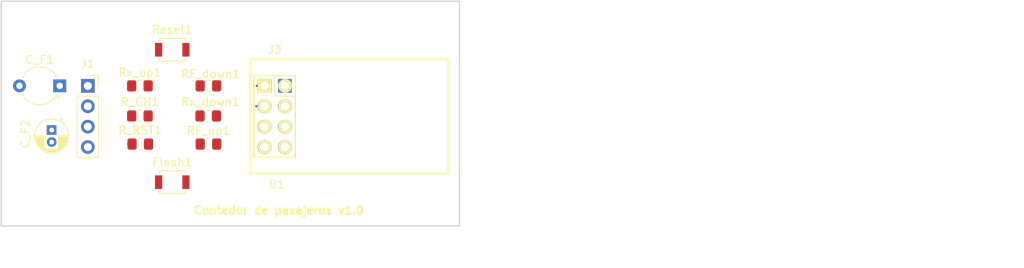
<source format=kicad_pcb>
(kicad_pcb (version 20171130) (host pcbnew "(5.0.0)")

  (general
    (thickness 1.6)
    (drawings 8)
    (tracks 4)
    (zones 0)
    (modules 17)
    (nets 17)
  )

  (page User 200 150.012)
  (title_block
    (title "Contador de pasajeros")
    (date 2018-10-19)
    (rev 1.0)
    (company GICSAFe)
    (comment 1 "Autor: Martin Menendez")
  )

  (layers
    (0 F.Cu power)
    (31 B.Cu power hide)
    (32 B.Adhes user)
    (33 F.Adhes user)
    (34 B.Paste user)
    (35 F.Paste user)
    (36 B.SilkS user)
    (37 F.SilkS user)
    (38 B.Mask user)
    (39 F.Mask user)
    (40 Dwgs.User user)
    (41 Cmts.User user)
    (42 Eco1.User user)
    (43 Eco2.User user)
    (44 Edge.Cuts user)
    (45 Margin user)
    (46 B.CrtYd user)
    (47 F.CrtYd user)
    (48 B.Fab user)
    (49 F.Fab user)
  )

  (setup
    (last_trace_width 0.5)
    (user_trace_width 0.3)
    (user_trace_width 0.5)
    (user_trace_width 0.8)
    (user_trace_width 1)
    (trace_clearance 0.5)
    (zone_clearance 0.508)
    (zone_45_only no)
    (trace_min 0.25)
    (segment_width 0.2)
    (edge_width 0.15)
    (via_size 1.2)
    (via_drill 0.6)
    (via_min_size 1)
    (via_min_drill 0.5)
    (user_via 1.4 0.7)
    (uvia_size 0.3)
    (uvia_drill 0.1)
    (uvias_allowed no)
    (uvia_min_size 0.2)
    (uvia_min_drill 0.1)
    (pcb_text_width 0.3)
    (pcb_text_size 1.5 1.5)
    (mod_edge_width 0.15)
    (mod_text_size 1 1)
    (mod_text_width 0.15)
    (pad_size 1.524 1.524)
    (pad_drill 0.762)
    (pad_to_mask_clearance 0.2)
    (aux_axis_origin 0 0)
    (visible_elements 7FFFFFFF)
    (pcbplotparams
      (layerselection 0x010fc_ffffffff)
      (usegerberextensions false)
      (usegerberattributes false)
      (usegerberadvancedattributes false)
      (creategerberjobfile false)
      (excludeedgelayer true)
      (linewidth 0.100000)
      (plotframeref false)
      (viasonmask false)
      (mode 1)
      (useauxorigin false)
      (hpglpennumber 1)
      (hpglpenspeed 20)
      (hpglpendiameter 15.000000)
      (psnegative false)
      (psa4output false)
      (plotreference true)
      (plotvalue true)
      (plotinvisibletext false)
      (padsonsilk false)
      (subtractmaskfromsilk false)
      (outputformat 1)
      (mirror false)
      (drillshape 1)
      (scaleselection 1)
      (outputdirectory ""))
  )

  (net 0 "")
  (net 1 GNA)
  (net 2 RSA)
  (net 3 CHA)
  (net 4 G0A)
  (net 5 RXA)
  (net 6 VCA)
  (net 7 "Net-(Flash1-Pad2)")
  (net 8 Rx)
  (net 9 Tx)
  (net 10 +3V3)
  (net 11 GND)
  (net 12 /Gpio2)
  (net 13 /Ch)
  (net 14 /Gpio0)
  (net 15 /Rs)
  (net 16 /Rx_i)

  (net_class Default "This is the default net class."
    (clearance 0.5)
    (trace_width 0.5)
    (via_dia 1.2)
    (via_drill 0.6)
    (uvia_dia 0.3)
    (uvia_drill 0.1)
    (diff_pair_gap 0.25)
    (diff_pair_width 0.25)
    (add_net +3V3)
    (add_net /Ch)
    (add_net /Gpio0)
    (add_net /Gpio2)
    (add_net /Rs)
    (add_net /Rx_i)
    (add_net CHA)
    (add_net G0A)
    (add_net GNA)
    (add_net GND)
    (add_net "Net-(Flash1-Pad2)")
    (add_net RSA)
    (add_net RXA)
    (add_net Rx)
    (add_net Tx)
    (add_net VCA)
  )

  (module ESP8266:ESP-01 (layer F.Cu) (tedit 577EF889) (tstamp 5BBE3413)
    (at 76.775 58.55)
    (descr "Module, ESP-8266, ESP-01, 8 pin")
    (tags "Module ESP-8266 ESP8266")
    (path /5BB470F6)
    (fp_text reference U1 (at 1.5 12.25) (layer F.SilkS)
      (effects (font (size 1 1) (thickness 0.15)))
    )
    (fp_text value ESP01 (at 12.192 3.556) (layer F.Fab)
      (effects (font (size 1 1) (thickness 0.15)))
    )
    (fp_line (start -1.778 -3.302) (end 22.86 -3.302) (layer F.SilkS) (width 0.254))
    (fp_line (start 22.86 -3.302) (end 22.86 10.922) (layer F.SilkS) (width 0.254))
    (fp_line (start 22.86 10.922) (end -1.778 10.922) (layer F.SilkS) (width 0.254))
    (fp_line (start -1.778 10.922) (end -1.778 -3.302) (layer F.SilkS) (width 0.254))
    (fp_line (start -1.778 -3.302) (end 22.86 -3.302) (layer F.Fab) (width 0.05))
    (fp_line (start 22.86 -3.302) (end 22.86 10.922) (layer F.Fab) (width 0.05))
    (fp_line (start 22.86 10.922) (end -1.778 10.922) (layer F.Fab) (width 0.05))
    (fp_line (start -1.778 10.922) (end -1.778 -3.302) (layer F.Fab) (width 0.05))
    (fp_line (start 1.27 -1.27) (end -1.27 -1.27) (layer F.SilkS) (width 0.1524))
    (fp_line (start -1.27 -1.27) (end -1.27 1.27) (layer F.SilkS) (width 0.1524))
    (fp_line (start -1.75 -1.75) (end -1.75 9.4) (layer F.CrtYd) (width 0.05))
    (fp_line (start 4.3 -1.75) (end 4.3 9.4) (layer F.CrtYd) (width 0.05))
    (fp_line (start -1.75 -1.75) (end 4.3 -1.75) (layer F.CrtYd) (width 0.05))
    (fp_line (start -1.75 9.4) (end 4.3 9.4) (layer F.CrtYd) (width 0.05))
    (fp_line (start -1.27 1.27) (end -1.27 8.89) (layer F.SilkS) (width 0.1524))
    (fp_line (start -1.27 8.89) (end 3.81 8.89) (layer F.SilkS) (width 0.1524))
    (fp_line (start 3.81 8.89) (end 3.81 -1.27) (layer F.SilkS) (width 0.1524))
    (fp_line (start 3.81 -1.27) (end 1.27 -1.27) (layer F.SilkS) (width 0.1524))
    (pad 1 thru_hole rect (at 0 0) (size 1.7272 1.7272) (drill 1.016) (layers *.Cu *.Mask F.SilkS)
      (net 9 Tx))
    (pad 2 thru_hole oval (at 2.54 0) (size 1.7272 1.7272) (drill 1.016) (layers *.Cu *.Mask F.SilkS)
      (net 11 GND))
    (pad 3 thru_hole oval (at 0 2.54) (size 1.7272 1.7272) (drill 1.016) (layers *.Cu *.Mask F.SilkS)
      (net 13 /Ch))
    (pad 4 thru_hole oval (at 2.54 2.54) (size 1.7272 1.7272) (drill 1.016) (layers *.Cu *.Mask F.SilkS)
      (net 12 /Gpio2))
    (pad 5 thru_hole oval (at 0 5.08) (size 1.7272 1.7272) (drill 1.016) (layers *.Cu *.Mask F.SilkS)
      (net 15 /Rs))
    (pad 6 thru_hole oval (at 2.54 5.08) (size 1.7272 1.7272) (drill 1.016) (layers *.Cu *.Mask F.SilkS)
      (net 14 /Gpio0))
    (pad 7 thru_hole oval (at 0 7.62) (size 1.7272 1.7272) (drill 1.016) (layers *.Cu *.Mask F.SilkS)
      (net 10 +3V3))
    (pad 8 thru_hole oval (at 2.54 7.62) (size 1.7272 1.7272) (drill 1.016) (layers *.Cu *.Mask F.SilkS)
      (net 16 /Rx_i))
    (model ${KIPRJMOD}/kicad-ESP8266-master/ESP8266.3dshapes/ESP8266_ESP01_cp.wrl
      (offset (xyz 0 0 4))
      (scale (xyz 1 1 1))
      (rotate (xyz 0 0 0))
    )
  )

  (module Connector_PinSocket_2.54mm:PinSocket_1x04_P2.54mm_Vertical (layer F.Cu) (tedit 5A19A429) (tstamp 5BCAD18E)
    (at 54.775 58.55)
    (descr "Through hole straight socket strip, 1x04, 2.54mm pitch, single row (from Kicad 4.0.7), script generated")
    (tags "Through hole socket strip THT 1x04 2.54mm single row")
    (path /5BB1C2B8)
    (fp_text reference J1 (at 0 -2.77) (layer F.SilkS)
      (effects (font (size 1 1) (thickness 0.15)))
    )
    (fp_text value Conector_in (at 0 10.39) (layer F.Fab)
      (effects (font (size 1 1) (thickness 0.15)))
    )
    (fp_line (start -1.27 -1.27) (end 0.635 -1.27) (layer F.Fab) (width 0.1))
    (fp_line (start 0.635 -1.27) (end 1.27 -0.635) (layer F.Fab) (width 0.1))
    (fp_line (start 1.27 -0.635) (end 1.27 8.89) (layer F.Fab) (width 0.1))
    (fp_line (start 1.27 8.89) (end -1.27 8.89) (layer F.Fab) (width 0.1))
    (fp_line (start -1.27 8.89) (end -1.27 -1.27) (layer F.Fab) (width 0.1))
    (fp_line (start -1.33 1.27) (end 1.33 1.27) (layer F.SilkS) (width 0.12))
    (fp_line (start -1.33 1.27) (end -1.33 8.95) (layer F.SilkS) (width 0.12))
    (fp_line (start -1.33 8.95) (end 1.33 8.95) (layer F.SilkS) (width 0.12))
    (fp_line (start 1.33 1.27) (end 1.33 8.95) (layer F.SilkS) (width 0.12))
    (fp_line (start 1.33 -1.33) (end 1.33 0) (layer F.SilkS) (width 0.12))
    (fp_line (start 0 -1.33) (end 1.33 -1.33) (layer F.SilkS) (width 0.12))
    (fp_line (start -1.8 -1.8) (end 1.75 -1.8) (layer F.CrtYd) (width 0.05))
    (fp_line (start 1.75 -1.8) (end 1.75 9.4) (layer F.CrtYd) (width 0.05))
    (fp_line (start 1.75 9.4) (end -1.8 9.4) (layer F.CrtYd) (width 0.05))
    (fp_line (start -1.8 9.4) (end -1.8 -1.8) (layer F.CrtYd) (width 0.05))
    (fp_text user %R (at 0 3.81 90) (layer F.Fab)
      (effects (font (size 1 1) (thickness 0.15)))
    )
    (pad 1 thru_hole rect (at 0 0) (size 1.7 1.7) (drill 1) (layers *.Cu *.Mask)
      (net 8 Rx))
    (pad 2 thru_hole oval (at 0 2.54) (size 1.7 1.7) (drill 1) (layers *.Cu *.Mask)
      (net 9 Tx))
    (pad 3 thru_hole oval (at 0 5.08) (size 1.7 1.7) (drill 1) (layers *.Cu *.Mask)
      (net 10 +3V3))
    (pad 4 thru_hole oval (at 0 7.62) (size 1.7 1.7) (drill 1) (layers *.Cu *.Mask)
      (net 11 GND))
    (model ${KISYS3DMOD}/Connector_PinSocket_2.54mm.3dshapes/PinSocket_1x04_P2.54mm_Vertical.wrl
      (at (xyz 0 0 0))
      (scale (xyz 1 1 1))
      (rotate (xyz 0 0 0))
    )
  )

  (module Connector_PinSocket_2.54mm:PinSocket_2x04_P2.54mm_Vertical (layer F.Cu) (tedit 5A19A422) (tstamp 5BCAD1AC)
    (at 79.275 58.55)
    (descr "Through hole straight socket strip, 2x04, 2.54mm pitch, double cols (from Kicad 4.0.7), script generated")
    (tags "Through hole socket strip THT 2x04 2.54mm double row")
    (path /5BB8E209)
    (fp_text reference J3 (at -1.25 -4.5) (layer F.SilkS)
      (effects (font (size 1 1) (thickness 0.15)))
    )
    (fp_text value Conector_esp (at 1.5 -2.5) (layer F.Fab)
      (effects (font (size 1 1) (thickness 0.15)))
    )
    (fp_line (start -3.81 -1.27) (end 0.27 -1.27) (layer F.Fab) (width 0.1))
    (fp_line (start 0.27 -1.27) (end 1.27 -0.27) (layer F.Fab) (width 0.1))
    (fp_line (start 1.27 -0.27) (end 1.27 8.89) (layer F.Fab) (width 0.1))
    (fp_line (start 1.27 8.89) (end -3.81 8.89) (layer F.Fab) (width 0.1))
    (fp_line (start -3.81 8.89) (end -3.81 -1.27) (layer F.Fab) (width 0.1))
    (fp_line (start -3.87 -1.33) (end -1.27 -1.33) (layer F.SilkS) (width 0.12))
    (fp_line (start -3.87 -1.33) (end -3.87 8.95) (layer F.SilkS) (width 0.12))
    (fp_line (start -3.87 8.95) (end 1.33 8.95) (layer F.SilkS) (width 0.12))
    (fp_line (start 1.33 1.27) (end 1.33 8.95) (layer F.SilkS) (width 0.12))
    (fp_line (start -1.27 1.27) (end 1.33 1.27) (layer F.SilkS) (width 0.12))
    (fp_line (start -1.27 -1.33) (end -1.27 1.27) (layer F.SilkS) (width 0.12))
    (fp_line (start 1.33 -1.33) (end 1.33 0) (layer F.SilkS) (width 0.12))
    (fp_line (start 0 -1.33) (end 1.33 -1.33) (layer F.SilkS) (width 0.12))
    (fp_line (start -4.34 -1.8) (end 1.76 -1.8) (layer F.CrtYd) (width 0.05))
    (fp_line (start 1.76 -1.8) (end 1.76 9.4) (layer F.CrtYd) (width 0.05))
    (fp_line (start 1.76 9.4) (end -4.34 9.4) (layer F.CrtYd) (width 0.05))
    (fp_line (start -4.34 9.4) (end -4.34 -1.8) (layer F.CrtYd) (width 0.05))
    (fp_text user %R (at -1.27 3.81 90) (layer F.Fab)
      (effects (font (size 1 1) (thickness 0.15)))
    )
    (pad 1 thru_hole rect (at 0 0) (size 1.7 1.7) (drill 1) (layers *.Cu *.Mask)
      (net 11 GND))
    (pad 2 thru_hole oval (at -2.54 0) (size 1.7 1.7) (drill 1) (layers *.Cu *.Mask)
      (net 9 Tx))
    (pad 3 thru_hole oval (at 0 2.54) (size 1.7 1.7) (drill 1) (layers *.Cu *.Mask)
      (net 12 /Gpio2))
    (pad 4 thru_hole oval (at -2.54 2.54) (size 1.7 1.7) (drill 1) (layers *.Cu *.Mask)
      (net 13 /Ch))
    (pad 5 thru_hole oval (at 0 5.08) (size 1.7 1.7) (drill 1) (layers *.Cu *.Mask)
      (net 14 /Gpio0))
    (pad 6 thru_hole oval (at -2.54 5.08) (size 1.7 1.7) (drill 1) (layers *.Cu *.Mask)
      (net 15 /Rs))
    (pad 7 thru_hole oval (at 0 7.62) (size 1.7 1.7) (drill 1) (layers *.Cu *.Mask)
      (net 16 /Rx_i))
    (pad 8 thru_hole oval (at -2.54 7.62) (size 1.7 1.7) (drill 1) (layers *.Cu *.Mask)
      (net 10 +3V3))
    (model ${KISYS3DMOD}/Connector_PinSocket_2.54mm.3dshapes/PinSocket_2x04_P2.54mm_Vertical.wrl
      (at (xyz 0 0 0))
      (scale (xyz 1 1 1))
      (rotate (xyz 0 0 0))
    )
  )

  (module Button_Switch_SMD:SW_SPST_B3U-1000P (layer F.Cu) (tedit 5A02FC95) (tstamp 5BCAD1F0)
    (at 65.275 54.05)
    (descr "Ultra-small-sized Tactile Switch with High Contact Reliability, Top-actuated Model, without Ground Terminal, without Boss")
    (tags "Tactile Switch")
    (path /5BB951CA)
    (attr smd)
    (fp_text reference Reset1 (at 0 -2.5) (layer F.SilkS)
      (effects (font (size 1 1) (thickness 0.15)))
    )
    (fp_text value Jumper (at 0 -0.25) (layer F.Fab)
      (effects (font (size 1 1) (thickness 0.15)))
    )
    (fp_text user %R (at 0 -2.5) (layer F.Fab)
      (effects (font (size 1 1) (thickness 0.15)))
    )
    (fp_line (start -2.4 1.65) (end 2.4 1.65) (layer F.CrtYd) (width 0.05))
    (fp_line (start 2.4 1.65) (end 2.4 -1.65) (layer F.CrtYd) (width 0.05))
    (fp_line (start 2.4 -1.65) (end -2.4 -1.65) (layer F.CrtYd) (width 0.05))
    (fp_line (start -2.4 -1.65) (end -2.4 1.65) (layer F.CrtYd) (width 0.05))
    (fp_line (start -1.65 1.1) (end -1.65 1.4) (layer F.SilkS) (width 0.12))
    (fp_line (start -1.65 1.4) (end 1.65 1.4) (layer F.SilkS) (width 0.12))
    (fp_line (start 1.65 1.4) (end 1.65 1.1) (layer F.SilkS) (width 0.12))
    (fp_line (start -1.65 -1.1) (end -1.65 -1.4) (layer F.SilkS) (width 0.12))
    (fp_line (start -1.65 -1.4) (end 1.65 -1.4) (layer F.SilkS) (width 0.12))
    (fp_line (start 1.65 -1.4) (end 1.65 -1.1) (layer F.SilkS) (width 0.12))
    (fp_line (start -1.5 -1.25) (end 1.5 -1.25) (layer F.Fab) (width 0.1))
    (fp_line (start 1.5 -1.25) (end 1.5 1.25) (layer F.Fab) (width 0.1))
    (fp_line (start 1.5 1.25) (end -1.5 1.25) (layer F.Fab) (width 0.1))
    (fp_line (start -1.5 1.25) (end -1.5 -1.25) (layer F.Fab) (width 0.1))
    (fp_circle (center 0 0) (end 0.75 0) (layer F.Fab) (width 0.1))
    (pad 1 smd rect (at -1.7 0) (size 0.9 1.7) (layers F.Cu F.Paste F.Mask)
      (net 2 RSA))
    (pad 2 smd rect (at 1.7 0) (size 0.9 1.7) (layers F.Cu F.Paste F.Mask)
      (net 1 GNA))
    (model ${KISYS3DMOD}/Button_Switch_SMD.3dshapes/SW_SPST_B3U-1000P.wrl
      (at (xyz 0 0 0))
      (scale (xyz 1 1 1))
      (rotate (xyz 0 0 0))
    )
  )

  (module Capacitor_THT:CP_Radial_Tantal_D4.5mm_P5.00mm (layer F.Cu) (tedit 5AE50EF0) (tstamp 5BCAD482)
    (at 51.275 58.55 180)
    (descr "CP, Radial_Tantal series, Radial, pin pitch=5.00mm, , diameter=4.5mm, Tantal Electrolytic Capacitor, http://cdn-reichelt.de/documents/datenblatt/B300/TANTAL-TB-Serie%23.pdf")
    (tags "CP Radial_Tantal series Radial pin pitch 5.00mm  diameter 4.5mm Tantal Electrolytic Capacitor")
    (path /5BBE4CB7)
    (fp_text reference C_F1 (at 2.5 3.25 180) (layer F.SilkS)
      (effects (font (size 1 1) (thickness 0.15)))
    )
    (fp_text value 100n (at 2.5 0 180) (layer F.Fab)
      (effects (font (size 1 1) (thickness 0.15)))
    )
    (fp_arc (start 2.5 0) (end 0.380259 -1.06) (angle 126.864288) (layer F.SilkS) (width 0.12))
    (fp_arc (start 2.5 0) (end 0.380259 1.06) (angle -126.864288) (layer F.SilkS) (width 0.12))
    (fp_circle (center 2.5 0) (end 4.75 0) (layer F.Fab) (width 0.1))
    (fp_circle (center 2.5 0) (end 6.22 0) (layer F.CrtYd) (width 0.05))
    (fp_line (start 0.58192 -0.9775) (end 1.03192 -0.9775) (layer F.Fab) (width 0.1))
    (fp_line (start 0.80692 -1.2025) (end 0.80692 -0.7525) (layer F.Fab) (width 0.1))
    (fp_line (start -0.037288 -1.335) (end 0.412712 -1.335) (layer F.SilkS) (width 0.12))
    (fp_line (start 0.187712 -1.56) (end 0.187712 -1.11) (layer F.SilkS) (width 0.12))
    (fp_text user %R (at 2.5 3.25 180) (layer F.Fab)
      (effects (font (size 0.9 0.9) (thickness 0.135)))
    )
    (pad 1 thru_hole rect (at 0 0 180) (size 1.6 1.6) (drill 0.8) (layers *.Cu *.Mask)
      (net 6 VCA))
    (pad 2 thru_hole circle (at 5 0 180) (size 1.6 1.6) (drill 0.8) (layers *.Cu *.Mask)
      (net 1 GNA))
    (model ${KISYS3DMOD}/Capacitor_THT.3dshapes/CP_Radial_Tantal_D4.5mm_P5.00mm.wrl
      (at (xyz 0 0 0))
      (scale (xyz 1 1 1))
      (rotate (xyz 0 0 0))
    )
  )

  (module Capacitor_THT:CP_Radial_D4.0mm_P1.50mm (layer F.Cu) (tedit 5AE50EF0) (tstamp 5BCAD4ED)
    (at 50.275 64.05 270)
    (descr "CP, Radial series, Radial, pin pitch=1.50mm, , diameter=4mm, Electrolytic Capacitor")
    (tags "CP Radial series Radial pin pitch 1.50mm  diameter 4mm Electrolytic Capacitor")
    (path /5BA81F77)
    (fp_text reference C_F2 (at 0.5 3.25 270) (layer F.SilkS)
      (effects (font (size 1 1) (thickness 0.15)))
    )
    (fp_text value 100u (at 3.75 0) (layer F.Fab)
      (effects (font (size 1 1) (thickness 0.15)))
    )
    (fp_circle (center 0.75 0) (end 2.75 0) (layer F.Fab) (width 0.1))
    (fp_circle (center 0.75 0) (end 2.87 0) (layer F.SilkS) (width 0.12))
    (fp_circle (center 0.75 0) (end 3 0) (layer F.CrtYd) (width 0.05))
    (fp_line (start -0.952554 -0.8675) (end -0.552554 -0.8675) (layer F.Fab) (width 0.1))
    (fp_line (start -0.752554 -1.0675) (end -0.752554 -0.6675) (layer F.Fab) (width 0.1))
    (fp_line (start 0.75 0.84) (end 0.75 2.08) (layer F.SilkS) (width 0.12))
    (fp_line (start 0.75 -2.08) (end 0.75 -0.84) (layer F.SilkS) (width 0.12))
    (fp_line (start 0.79 0.84) (end 0.79 2.08) (layer F.SilkS) (width 0.12))
    (fp_line (start 0.79 -2.08) (end 0.79 -0.84) (layer F.SilkS) (width 0.12))
    (fp_line (start 0.83 0.84) (end 0.83 2.079) (layer F.SilkS) (width 0.12))
    (fp_line (start 0.83 -2.079) (end 0.83 -0.84) (layer F.SilkS) (width 0.12))
    (fp_line (start 0.87 -2.077) (end 0.87 -0.84) (layer F.SilkS) (width 0.12))
    (fp_line (start 0.87 0.84) (end 0.87 2.077) (layer F.SilkS) (width 0.12))
    (fp_line (start 0.91 -2.074) (end 0.91 -0.84) (layer F.SilkS) (width 0.12))
    (fp_line (start 0.91 0.84) (end 0.91 2.074) (layer F.SilkS) (width 0.12))
    (fp_line (start 0.95 -2.071) (end 0.95 -0.84) (layer F.SilkS) (width 0.12))
    (fp_line (start 0.95 0.84) (end 0.95 2.071) (layer F.SilkS) (width 0.12))
    (fp_line (start 0.99 -2.067) (end 0.99 -0.84) (layer F.SilkS) (width 0.12))
    (fp_line (start 0.99 0.84) (end 0.99 2.067) (layer F.SilkS) (width 0.12))
    (fp_line (start 1.03 -2.062) (end 1.03 -0.84) (layer F.SilkS) (width 0.12))
    (fp_line (start 1.03 0.84) (end 1.03 2.062) (layer F.SilkS) (width 0.12))
    (fp_line (start 1.07 -2.056) (end 1.07 -0.84) (layer F.SilkS) (width 0.12))
    (fp_line (start 1.07 0.84) (end 1.07 2.056) (layer F.SilkS) (width 0.12))
    (fp_line (start 1.11 -2.05) (end 1.11 -0.84) (layer F.SilkS) (width 0.12))
    (fp_line (start 1.11 0.84) (end 1.11 2.05) (layer F.SilkS) (width 0.12))
    (fp_line (start 1.15 -2.042) (end 1.15 -0.84) (layer F.SilkS) (width 0.12))
    (fp_line (start 1.15 0.84) (end 1.15 2.042) (layer F.SilkS) (width 0.12))
    (fp_line (start 1.19 -2.034) (end 1.19 -0.84) (layer F.SilkS) (width 0.12))
    (fp_line (start 1.19 0.84) (end 1.19 2.034) (layer F.SilkS) (width 0.12))
    (fp_line (start 1.23 -2.025) (end 1.23 -0.84) (layer F.SilkS) (width 0.12))
    (fp_line (start 1.23 0.84) (end 1.23 2.025) (layer F.SilkS) (width 0.12))
    (fp_line (start 1.27 -2.016) (end 1.27 -0.84) (layer F.SilkS) (width 0.12))
    (fp_line (start 1.27 0.84) (end 1.27 2.016) (layer F.SilkS) (width 0.12))
    (fp_line (start 1.31 -2.005) (end 1.31 -0.84) (layer F.SilkS) (width 0.12))
    (fp_line (start 1.31 0.84) (end 1.31 2.005) (layer F.SilkS) (width 0.12))
    (fp_line (start 1.35 -1.994) (end 1.35 -0.84) (layer F.SilkS) (width 0.12))
    (fp_line (start 1.35 0.84) (end 1.35 1.994) (layer F.SilkS) (width 0.12))
    (fp_line (start 1.39 -1.982) (end 1.39 -0.84) (layer F.SilkS) (width 0.12))
    (fp_line (start 1.39 0.84) (end 1.39 1.982) (layer F.SilkS) (width 0.12))
    (fp_line (start 1.43 -1.968) (end 1.43 -0.84) (layer F.SilkS) (width 0.12))
    (fp_line (start 1.43 0.84) (end 1.43 1.968) (layer F.SilkS) (width 0.12))
    (fp_line (start 1.471 -1.954) (end 1.471 -0.84) (layer F.SilkS) (width 0.12))
    (fp_line (start 1.471 0.84) (end 1.471 1.954) (layer F.SilkS) (width 0.12))
    (fp_line (start 1.511 -1.94) (end 1.511 -0.84) (layer F.SilkS) (width 0.12))
    (fp_line (start 1.511 0.84) (end 1.511 1.94) (layer F.SilkS) (width 0.12))
    (fp_line (start 1.551 -1.924) (end 1.551 -0.84) (layer F.SilkS) (width 0.12))
    (fp_line (start 1.551 0.84) (end 1.551 1.924) (layer F.SilkS) (width 0.12))
    (fp_line (start 1.591 -1.907) (end 1.591 -0.84) (layer F.SilkS) (width 0.12))
    (fp_line (start 1.591 0.84) (end 1.591 1.907) (layer F.SilkS) (width 0.12))
    (fp_line (start 1.631 -1.889) (end 1.631 -0.84) (layer F.SilkS) (width 0.12))
    (fp_line (start 1.631 0.84) (end 1.631 1.889) (layer F.SilkS) (width 0.12))
    (fp_line (start 1.671 -1.87) (end 1.671 -0.84) (layer F.SilkS) (width 0.12))
    (fp_line (start 1.671 0.84) (end 1.671 1.87) (layer F.SilkS) (width 0.12))
    (fp_line (start 1.711 -1.851) (end 1.711 -0.84) (layer F.SilkS) (width 0.12))
    (fp_line (start 1.711 0.84) (end 1.711 1.851) (layer F.SilkS) (width 0.12))
    (fp_line (start 1.751 -1.83) (end 1.751 -0.84) (layer F.SilkS) (width 0.12))
    (fp_line (start 1.751 0.84) (end 1.751 1.83) (layer F.SilkS) (width 0.12))
    (fp_line (start 1.791 -1.808) (end 1.791 -0.84) (layer F.SilkS) (width 0.12))
    (fp_line (start 1.791 0.84) (end 1.791 1.808) (layer F.SilkS) (width 0.12))
    (fp_line (start 1.831 -1.785) (end 1.831 -0.84) (layer F.SilkS) (width 0.12))
    (fp_line (start 1.831 0.84) (end 1.831 1.785) (layer F.SilkS) (width 0.12))
    (fp_line (start 1.871 -1.76) (end 1.871 -0.84) (layer F.SilkS) (width 0.12))
    (fp_line (start 1.871 0.84) (end 1.871 1.76) (layer F.SilkS) (width 0.12))
    (fp_line (start 1.911 -1.735) (end 1.911 -0.84) (layer F.SilkS) (width 0.12))
    (fp_line (start 1.911 0.84) (end 1.911 1.735) (layer F.SilkS) (width 0.12))
    (fp_line (start 1.951 -1.708) (end 1.951 -0.84) (layer F.SilkS) (width 0.12))
    (fp_line (start 1.951 0.84) (end 1.951 1.708) (layer F.SilkS) (width 0.12))
    (fp_line (start 1.991 -1.68) (end 1.991 -0.84) (layer F.SilkS) (width 0.12))
    (fp_line (start 1.991 0.84) (end 1.991 1.68) (layer F.SilkS) (width 0.12))
    (fp_line (start 2.031 -1.65) (end 2.031 -0.84) (layer F.SilkS) (width 0.12))
    (fp_line (start 2.031 0.84) (end 2.031 1.65) (layer F.SilkS) (width 0.12))
    (fp_line (start 2.071 -1.619) (end 2.071 -0.84) (layer F.SilkS) (width 0.12))
    (fp_line (start 2.071 0.84) (end 2.071 1.619) (layer F.SilkS) (width 0.12))
    (fp_line (start 2.111 -1.587) (end 2.111 -0.84) (layer F.SilkS) (width 0.12))
    (fp_line (start 2.111 0.84) (end 2.111 1.587) (layer F.SilkS) (width 0.12))
    (fp_line (start 2.151 -1.552) (end 2.151 -0.84) (layer F.SilkS) (width 0.12))
    (fp_line (start 2.151 0.84) (end 2.151 1.552) (layer F.SilkS) (width 0.12))
    (fp_line (start 2.191 -1.516) (end 2.191 -0.84) (layer F.SilkS) (width 0.12))
    (fp_line (start 2.191 0.84) (end 2.191 1.516) (layer F.SilkS) (width 0.12))
    (fp_line (start 2.231 -1.478) (end 2.231 -0.84) (layer F.SilkS) (width 0.12))
    (fp_line (start 2.231 0.84) (end 2.231 1.478) (layer F.SilkS) (width 0.12))
    (fp_line (start 2.271 -1.438) (end 2.271 -0.84) (layer F.SilkS) (width 0.12))
    (fp_line (start 2.271 0.84) (end 2.271 1.438) (layer F.SilkS) (width 0.12))
    (fp_line (start 2.311 -1.396) (end 2.311 -0.84) (layer F.SilkS) (width 0.12))
    (fp_line (start 2.311 0.84) (end 2.311 1.396) (layer F.SilkS) (width 0.12))
    (fp_line (start 2.351 -1.351) (end 2.351 1.351) (layer F.SilkS) (width 0.12))
    (fp_line (start 2.391 -1.304) (end 2.391 1.304) (layer F.SilkS) (width 0.12))
    (fp_line (start 2.431 -1.254) (end 2.431 1.254) (layer F.SilkS) (width 0.12))
    (fp_line (start 2.471 -1.2) (end 2.471 1.2) (layer F.SilkS) (width 0.12))
    (fp_line (start 2.511 -1.142) (end 2.511 1.142) (layer F.SilkS) (width 0.12))
    (fp_line (start 2.551 -1.08) (end 2.551 1.08) (layer F.SilkS) (width 0.12))
    (fp_line (start 2.591 -1.013) (end 2.591 1.013) (layer F.SilkS) (width 0.12))
    (fp_line (start 2.631 -0.94) (end 2.631 0.94) (layer F.SilkS) (width 0.12))
    (fp_line (start 2.671 -0.859) (end 2.671 0.859) (layer F.SilkS) (width 0.12))
    (fp_line (start 2.711 -0.768) (end 2.711 0.768) (layer F.SilkS) (width 0.12))
    (fp_line (start 2.751 -0.664) (end 2.751 0.664) (layer F.SilkS) (width 0.12))
    (fp_line (start 2.791 -0.537) (end 2.791 0.537) (layer F.SilkS) (width 0.12))
    (fp_line (start 2.831 -0.37) (end 2.831 0.37) (layer F.SilkS) (width 0.12))
    (fp_line (start -1.519801 -1.195) (end -1.119801 -1.195) (layer F.SilkS) (width 0.12))
    (fp_line (start -1.319801 -1.395) (end -1.319801 -0.995) (layer F.SilkS) (width 0.12))
    (fp_text user %R (at 0.75 0 270) (layer F.Fab)
      (effects (font (size 0.8 0.8) (thickness 0.12)))
    )
    (pad 1 thru_hole rect (at 0 0 270) (size 1.2 1.2) (drill 0.6) (layers *.Cu *.Mask)
      (net 6 VCA))
    (pad 2 thru_hole circle (at 1.5 0 270) (size 1.2 1.2) (drill 0.6) (layers *.Cu *.Mask)
      (net 1 GNA))
    (model ${KISYS3DMOD}/Capacitor_THT.3dshapes/CP_Radial_D4.0mm_P1.50mm.wrl
      (at (xyz 0 0 0))
      (scale (xyz 1 1 1))
      (rotate (xyz 0 0 0))
    )
  )

  (module Button_Switch_SMD:SW_SPST_B3U-1000P (layer F.Cu) (tedit 5A02FC95) (tstamp 5BCAD503)
    (at 65.275 70.55 180)
    (descr "Ultra-small-sized Tactile Switch with High Contact Reliability, Top-actuated Model, without Ground Terminal, without Boss")
    (tags "Tactile Switch")
    (path /5BB8F7EE)
    (attr smd)
    (fp_text reference Flash1 (at 0 2.5 180) (layer F.SilkS)
      (effects (font (size 1 1) (thickness 0.15)))
    )
    (fp_text value Jumper (at 0 0.25 180) (layer F.Fab)
      (effects (font (size 1 1) (thickness 0.15)))
    )
    (fp_text user %R (at 0 0.25 180) (layer F.Fab)
      (effects (font (size 1 1) (thickness 0.15)))
    )
    (fp_line (start -2.4 1.65) (end 2.4 1.65) (layer F.CrtYd) (width 0.05))
    (fp_line (start 2.4 1.65) (end 2.4 -1.65) (layer F.CrtYd) (width 0.05))
    (fp_line (start 2.4 -1.65) (end -2.4 -1.65) (layer F.CrtYd) (width 0.05))
    (fp_line (start -2.4 -1.65) (end -2.4 1.65) (layer F.CrtYd) (width 0.05))
    (fp_line (start -1.65 1.1) (end -1.65 1.4) (layer F.SilkS) (width 0.12))
    (fp_line (start -1.65 1.4) (end 1.65 1.4) (layer F.SilkS) (width 0.12))
    (fp_line (start 1.65 1.4) (end 1.65 1.1) (layer F.SilkS) (width 0.12))
    (fp_line (start -1.65 -1.1) (end -1.65 -1.4) (layer F.SilkS) (width 0.12))
    (fp_line (start -1.65 -1.4) (end 1.65 -1.4) (layer F.SilkS) (width 0.12))
    (fp_line (start 1.65 -1.4) (end 1.65 -1.1) (layer F.SilkS) (width 0.12))
    (fp_line (start -1.5 -1.25) (end 1.5 -1.25) (layer F.Fab) (width 0.1))
    (fp_line (start 1.5 -1.25) (end 1.5 1.25) (layer F.Fab) (width 0.1))
    (fp_line (start 1.5 1.25) (end -1.5 1.25) (layer F.Fab) (width 0.1))
    (fp_line (start -1.5 1.25) (end -1.5 -1.25) (layer F.Fab) (width 0.1))
    (fp_circle (center 0 0) (end 0.75 0) (layer F.Fab) (width 0.1))
    (pad 1 smd rect (at -1.7 0 180) (size 0.9 1.7) (layers F.Cu F.Paste F.Mask)
      (net 4 G0A))
    (pad 2 smd rect (at 1.7 0 180) (size 0.9 1.7) (layers F.Cu F.Paste F.Mask)
      (net 7 "Net-(Flash1-Pad2)"))
    (model ${KISYS3DMOD}/Button_Switch_SMD.3dshapes/SW_SPST_B3U-1000P.wrl
      (at (xyz 0 0 0))
      (scale (xyz 1 1 1))
      (rotate (xyz 0 0 0))
    )
  )

  (module Resistor_SMD:R_0805_2012Metric_Pad1.15x1.40mm_HandSolder (layer F.Cu) (tedit 5B36C52B) (tstamp 5BCAD65D)
    (at 69.775 65.8)
    (descr "Resistor SMD 0805 (2012 Metric), square (rectangular) end terminal, IPC_7351 nominal with elongated pad for handsoldering. (Body size source: https://docs.google.com/spreadsheets/d/1BsfQQcO9C6DZCsRaXUlFlo91Tg2WpOkGARC1WS5S8t0/edit?usp=sharing), generated with kicad-footprint-generator")
    (tags "resistor handsolder")
    (path /5BA7E78D)
    (attr smd)
    (fp_text reference RF_up1 (at 0 -1.65) (layer F.SilkS)
      (effects (font (size 1 1) (thickness 0.15)))
    )
    (fp_text value 3k3 (at 0.025 0) (layer F.Fab)
      (effects (font (size 1 1) (thickness 0.15)))
    )
    (fp_line (start -1 0.6) (end -1 -0.6) (layer F.Fab) (width 0.1))
    (fp_line (start -1 -0.6) (end 1 -0.6) (layer F.Fab) (width 0.1))
    (fp_line (start 1 -0.6) (end 1 0.6) (layer F.Fab) (width 0.1))
    (fp_line (start 1 0.6) (end -1 0.6) (layer F.Fab) (width 0.1))
    (fp_line (start -0.261252 -0.71) (end 0.261252 -0.71) (layer F.SilkS) (width 0.12))
    (fp_line (start -0.261252 0.71) (end 0.261252 0.71) (layer F.SilkS) (width 0.12))
    (fp_line (start -1.85 0.95) (end -1.85 -0.95) (layer F.CrtYd) (width 0.05))
    (fp_line (start -1.85 -0.95) (end 1.85 -0.95) (layer F.CrtYd) (width 0.05))
    (fp_line (start 1.85 -0.95) (end 1.85 0.95) (layer F.CrtYd) (width 0.05))
    (fp_line (start 1.85 0.95) (end -1.85 0.95) (layer F.CrtYd) (width 0.05))
    (fp_text user %R (at 0 0) (layer F.Fab)
      (effects (font (size 0.5 0.5) (thickness 0.08)))
    )
    (pad 1 smd roundrect (at -1.025 0) (size 1.15 1.4) (layers F.Cu F.Paste F.Mask) (roundrect_rratio 0.217391)
      (net 6 VCA))
    (pad 2 smd roundrect (at 1.025 0) (size 1.15 1.4) (layers F.Cu F.Paste F.Mask) (roundrect_rratio 0.217391)
      (net 4 G0A))
    (model ${KISYS3DMOD}/Resistor_SMD.3dshapes/R_0805_2012Metric.wrl
      (at (xyz 0 0 0))
      (scale (xyz 1 1 1))
      (rotate (xyz 0 0 0))
    )
  )

  (module Resistor_SMD:R_0805_2012Metric_Pad1.15x1.40mm_HandSolder (layer F.Cu) (tedit 5B36C52B) (tstamp 5BCAD798)
    (at 61.25 62.3 180)
    (descr "Resistor SMD 0805 (2012 Metric), square (rectangular) end terminal, IPC_7351 nominal with elongated pad for handsoldering. (Body size source: https://docs.google.com/spreadsheets/d/1BsfQQcO9C6DZCsRaXUlFlo91Tg2WpOkGARC1WS5S8t0/edit?usp=sharing), generated with kicad-footprint-generator")
    (tags "resistor handsolder")
    (path /5BA7E767)
    (attr smd)
    (fp_text reference R_CH1 (at 0 1.75 180) (layer F.SilkS)
      (effects (font (size 1 1) (thickness 0.15)))
    )
    (fp_text value 3k3 (at -0.025 0 180) (layer F.Fab)
      (effects (font (size 1 1) (thickness 0.15)))
    )
    (fp_text user %R (at 0 0 180) (layer F.Fab)
      (effects (font (size 0.5 0.5) (thickness 0.08)))
    )
    (fp_line (start 1.85 0.95) (end -1.85 0.95) (layer F.CrtYd) (width 0.05))
    (fp_line (start 1.85 -0.95) (end 1.85 0.95) (layer F.CrtYd) (width 0.05))
    (fp_line (start -1.85 -0.95) (end 1.85 -0.95) (layer F.CrtYd) (width 0.05))
    (fp_line (start -1.85 0.95) (end -1.85 -0.95) (layer F.CrtYd) (width 0.05))
    (fp_line (start -0.261252 0.71) (end 0.261252 0.71) (layer F.SilkS) (width 0.12))
    (fp_line (start -0.261252 -0.71) (end 0.261252 -0.71) (layer F.SilkS) (width 0.12))
    (fp_line (start 1 0.6) (end -1 0.6) (layer F.Fab) (width 0.1))
    (fp_line (start 1 -0.6) (end 1 0.6) (layer F.Fab) (width 0.1))
    (fp_line (start -1 -0.6) (end 1 -0.6) (layer F.Fab) (width 0.1))
    (fp_line (start -1 0.6) (end -1 -0.6) (layer F.Fab) (width 0.1))
    (pad 2 smd roundrect (at 1.025 0 180) (size 1.15 1.4) (layers F.Cu F.Paste F.Mask) (roundrect_rratio 0.217391)
      (net 6 VCA))
    (pad 1 smd roundrect (at -1.025 0 180) (size 1.15 1.4) (layers F.Cu F.Paste F.Mask) (roundrect_rratio 0.217391)
      (net 3 CHA))
    (model ${KISYS3DMOD}/Resistor_SMD.3dshapes/R_0805_2012Metric.wrl
      (at (xyz 0 0 0))
      (scale (xyz 1 1 1))
      (rotate (xyz 0 0 0))
    )
  )

  (module Resistor_SMD:R_0805_2012Metric_Pad1.15x1.40mm_HandSolder (layer F.Cu) (tedit 5BCA1C8B) (tstamp 5BCAD7A9)
    (at 61.3 65.8 180)
    (descr "Resistor SMD 0805 (2012 Metric), square (rectangular) end terminal, IPC_7351 nominal with elongated pad for handsoldering. (Body size source: https://docs.google.com/spreadsheets/d/1BsfQQcO9C6DZCsRaXUlFlo91Tg2WpOkGARC1WS5S8t0/edit?usp=sharing), generated with kicad-footprint-generator")
    (tags "resistor handsolder")
    (path /5BA7DBAB)
    (attr smd)
    (fp_text reference R_RST1 (at 0.025 1.75 180) (layer F.SilkS)
      (effects (font (size 1 1) (thickness 0.15)))
    )
    (fp_text value 3k3 (at 0.025 0 180) (layer F.Fab)
      (effects (font (size 1 1) (thickness 0.15)))
    )
    (fp_line (start -1 0.6) (end -1 -0.6) (layer F.Fab) (width 0.1))
    (fp_line (start -1 -0.6) (end 1 -0.6) (layer F.Fab) (width 0.1))
    (fp_line (start 1 -0.6) (end 1 0.6) (layer F.Fab) (width 0.1))
    (fp_line (start 1 0.6) (end -1 0.6) (layer F.Fab) (width 0.1))
    (fp_line (start -0.261252 -0.71) (end 0.261252 -0.71) (layer F.SilkS) (width 0.12))
    (fp_line (start -0.261252 0.71) (end 0.261252 0.71) (layer F.SilkS) (width 0.12))
    (fp_line (start -1.85 0.95) (end -1.85 -0.95) (layer F.CrtYd) (width 0.05))
    (fp_line (start -1.85 -0.95) (end 1.85 -0.95) (layer F.CrtYd) (width 0.05))
    (fp_line (start 1.85 -0.95) (end 1.85 0.95) (layer F.CrtYd) (width 0.05))
    (fp_line (start 1.85 0.95) (end -1.85 0.95) (layer F.CrtYd) (width 0.05))
    (fp_text user %R (at 0 0 180) (layer F.Fab)
      (effects (font (size 0.5 0.5) (thickness 0.08)))
    )
    (pad 1 smd roundrect (at -1.025 0 180) (size 1.15 1.4) (layers F.Cu F.Paste F.Mask) (roundrect_rratio 0.217391)
      (net 2 RSA))
    (pad 2 smd roundrect (at 1.025 0 180) (size 1.15 1.4) (layers F.Cu F.Paste F.Mask) (roundrect_rratio 0.217391)
      (net 6 VCA))
    (model ${KISYS3DMOD}/Resistor_SMD.3dshapes/R_0805_2012Metric.wrl
      (at (xyz 0 0 0))
      (scale (xyz 1 1 1))
      (rotate (xyz 0 0 0))
    )
  )

  (module Resistor_SMD:R_0805_2012Metric_Pad1.15x1.40mm_HandSolder (layer F.Cu) (tedit 5B36C52B) (tstamp 5BCAD7BA)
    (at 69.775 58.55 180)
    (descr "Resistor SMD 0805 (2012 Metric), square (rectangular) end terminal, IPC_7351 nominal with elongated pad for handsoldering. (Body size source: https://docs.google.com/spreadsheets/d/1BsfQQcO9C6DZCsRaXUlFlo91Tg2WpOkGARC1WS5S8t0/edit?usp=sharing), generated with kicad-footprint-generator")
    (tags "resistor handsolder")
    (path /5BB8F884)
    (attr smd)
    (fp_text reference RF_down1 (at -0.25 1.5 180) (layer F.SilkS)
      (effects (font (size 1 1) (thickness 0.15)))
    )
    (fp_text value 470 (at 0 0 180) (layer F.Fab)
      (effects (font (size 1 1) (thickness 0.15)))
    )
    (fp_line (start -1 0.6) (end -1 -0.6) (layer F.Fab) (width 0.1))
    (fp_line (start -1 -0.6) (end 1 -0.6) (layer F.Fab) (width 0.1))
    (fp_line (start 1 -0.6) (end 1 0.6) (layer F.Fab) (width 0.1))
    (fp_line (start 1 0.6) (end -1 0.6) (layer F.Fab) (width 0.1))
    (fp_line (start -0.261252 -0.71) (end 0.261252 -0.71) (layer F.SilkS) (width 0.12))
    (fp_line (start -0.261252 0.71) (end 0.261252 0.71) (layer F.SilkS) (width 0.12))
    (fp_line (start -1.85 0.95) (end -1.85 -0.95) (layer F.CrtYd) (width 0.05))
    (fp_line (start -1.85 -0.95) (end 1.85 -0.95) (layer F.CrtYd) (width 0.05))
    (fp_line (start 1.85 -0.95) (end 1.85 0.95) (layer F.CrtYd) (width 0.05))
    (fp_line (start 1.85 0.95) (end -1.85 0.95) (layer F.CrtYd) (width 0.05))
    (fp_text user %R (at 0 0 180) (layer F.Fab)
      (effects (font (size 0.5 0.5) (thickness 0.08)))
    )
    (pad 1 smd roundrect (at -1.025 0 180) (size 1.15 1.4) (layers F.Cu F.Paste F.Mask) (roundrect_rratio 0.217391)
      (net 7 "Net-(Flash1-Pad2)"))
    (pad 2 smd roundrect (at 1.025 0 180) (size 1.15 1.4) (layers F.Cu F.Paste F.Mask) (roundrect_rratio 0.217391)
      (net 1 GNA))
    (model ${KISYS3DMOD}/Resistor_SMD.3dshapes/R_0805_2012Metric.wrl
      (at (xyz 0 0 0))
      (scale (xyz 1 1 1))
      (rotate (xyz 0 0 0))
    )
  )

  (module Resistor_SMD:R_0805_2012Metric_Pad1.15x1.40mm_HandSolder (layer F.Cu) (tedit 5B36C52B) (tstamp 5BCAD7CB)
    (at 69.75 62.3 180)
    (descr "Resistor SMD 0805 (2012 Metric), square (rectangular) end terminal, IPC_7351 nominal with elongated pad for handsoldering. (Body size source: https://docs.google.com/spreadsheets/d/1BsfQQcO9C6DZCsRaXUlFlo91Tg2WpOkGARC1WS5S8t0/edit?usp=sharing), generated with kicad-footprint-generator")
    (tags "resistor handsolder")
    (path /5BA827CB)
    (attr smd)
    (fp_text reference Rx_down1 (at -0.275 1.75 180) (layer F.SilkS)
      (effects (font (size 1 1) (thickness 0.15)))
    )
    (fp_text value 2k (at 0 0 180) (layer F.Fab)
      (effects (font (size 1 1) (thickness 0.15)))
    )
    (fp_line (start -1 0.6) (end -1 -0.6) (layer F.Fab) (width 0.1))
    (fp_line (start -1 -0.6) (end 1 -0.6) (layer F.Fab) (width 0.1))
    (fp_line (start 1 -0.6) (end 1 0.6) (layer F.Fab) (width 0.1))
    (fp_line (start 1 0.6) (end -1 0.6) (layer F.Fab) (width 0.1))
    (fp_line (start -0.261252 -0.71) (end 0.261252 -0.71) (layer F.SilkS) (width 0.12))
    (fp_line (start -0.261252 0.71) (end 0.261252 0.71) (layer F.SilkS) (width 0.12))
    (fp_line (start -1.85 0.95) (end -1.85 -0.95) (layer F.CrtYd) (width 0.05))
    (fp_line (start -1.85 -0.95) (end 1.85 -0.95) (layer F.CrtYd) (width 0.05))
    (fp_line (start 1.85 -0.95) (end 1.85 0.95) (layer F.CrtYd) (width 0.05))
    (fp_line (start 1.85 0.95) (end -1.85 0.95) (layer F.CrtYd) (width 0.05))
    (fp_text user %R (at 0 0 180) (layer F.Fab)
      (effects (font (size 0.5 0.5) (thickness 0.08)))
    )
    (pad 1 smd roundrect (at -1.025 0 180) (size 1.15 1.4) (layers F.Cu F.Paste F.Mask) (roundrect_rratio 0.217391)
      (net 5 RXA))
    (pad 2 smd roundrect (at 1.025 0 180) (size 1.15 1.4) (layers F.Cu F.Paste F.Mask) (roundrect_rratio 0.217391)
      (net 1 GNA))
    (model ${KISYS3DMOD}/Resistor_SMD.3dshapes/R_0805_2012Metric.wrl
      (at (xyz 0 0 0))
      (scale (xyz 1 1 1))
      (rotate (xyz 0 0 0))
    )
  )

  (module Resistor_SMD:R_0805_2012Metric_Pad1.15x1.40mm_HandSolder (layer F.Cu) (tedit 5B36C52B) (tstamp 5BCAD7DC)
    (at 61.25 58.55)
    (descr "Resistor SMD 0805 (2012 Metric), square (rectangular) end terminal, IPC_7351 nominal with elongated pad for handsoldering. (Body size source: https://docs.google.com/spreadsheets/d/1BsfQQcO9C6DZCsRaXUlFlo91Tg2WpOkGARC1WS5S8t0/edit?usp=sharing), generated with kicad-footprint-generator")
    (tags "resistor handsolder")
    (path /5BB23C65)
    (attr smd)
    (fp_text reference Rx_up1 (at 0 -1.65) (layer F.SilkS)
      (effects (font (size 1 1) (thickness 0.15)))
    )
    (fp_text value 1k (at 0 0) (layer F.Fab)
      (effects (font (size 1 1) (thickness 0.15)))
    )
    (fp_text user %R (at 0 0) (layer F.Fab)
      (effects (font (size 0.5 0.5) (thickness 0.08)))
    )
    (fp_line (start 1.85 0.95) (end -1.85 0.95) (layer F.CrtYd) (width 0.05))
    (fp_line (start 1.85 -0.95) (end 1.85 0.95) (layer F.CrtYd) (width 0.05))
    (fp_line (start -1.85 -0.95) (end 1.85 -0.95) (layer F.CrtYd) (width 0.05))
    (fp_line (start -1.85 0.95) (end -1.85 -0.95) (layer F.CrtYd) (width 0.05))
    (fp_line (start -0.261252 0.71) (end 0.261252 0.71) (layer F.SilkS) (width 0.12))
    (fp_line (start -0.261252 -0.71) (end 0.261252 -0.71) (layer F.SilkS) (width 0.12))
    (fp_line (start 1 0.6) (end -1 0.6) (layer F.Fab) (width 0.1))
    (fp_line (start 1 -0.6) (end 1 0.6) (layer F.Fab) (width 0.1))
    (fp_line (start -1 -0.6) (end 1 -0.6) (layer F.Fab) (width 0.1))
    (fp_line (start -1 0.6) (end -1 -0.6) (layer F.Fab) (width 0.1))
    (pad 2 smd roundrect (at 1.025 0) (size 1.15 1.4) (layers F.Cu F.Paste F.Mask) (roundrect_rratio 0.217391)
      (net 5 RXA))
    (pad 1 smd roundrect (at -1.025 0) (size 1.15 1.4) (layers F.Cu F.Paste F.Mask) (roundrect_rratio 0.217391)
      (net 8 Rx))
    (model ${KISYS3DMOD}/Resistor_SMD.3dshapes/R_0805_2012Metric.wrl
      (at (xyz 0 0 0))
      (scale (xyz 1 1 1))
      (rotate (xyz 0 0 0))
    )
  )

  (module Mounting_Holes:MountingHole_2.5mm (layer F.Cu) (tedit 5BC62CDD) (tstamp 5BC39361)
    (at 48.525 51.55)
    (descr "Mounting Hole 2.5mm, no annular")
    (tags "mounting hole 2.5mm no annular")
    (path /5BC3B7D1)
    (attr virtual)
    (fp_text reference MH1 (at 3.5 0) (layer F.SilkS) hide
      (effects (font (size 1 1) (thickness 0.15)))
    )
    (fp_text value MH1 (at 1.75 -1.75) (layer F.Fab) hide
      (effects (font (size 1 1) (thickness 0.15)))
    )
    (fp_text user %R (at 3.5 0) (layer F.Fab)
      (effects (font (size 1 1) (thickness 0.15)))
    )
    (fp_circle (center 0 0) (end 2.5 0) (layer Cmts.User) (width 0.15))
    (fp_circle (center 0 0) (end 2.75 0) (layer F.CrtYd) (width 0.05))
    (pad 1 np_thru_hole circle (at 0 0) (size 2.5 2.5) (drill 2.5) (layers *.Cu *.Mask))
  )

  (module Mounting_Holes:MountingHole_2.5mm (layer F.Cu) (tedit 5BC62CE8) (tstamp 5BC39369)
    (at 96.025 51.55)
    (descr "Mounting Hole 2.5mm, no annular")
    (tags "mounting hole 2.5mm no annular")
    (path /5BC3B8C5)
    (attr virtual)
    (fp_text reference MH2 (at -3.75 0) (layer F.SilkS) hide
      (effects (font (size 1 1) (thickness 0.15)))
    )
    (fp_text value MH2 (at -2.25 -2) (layer F.Fab)
      (effects (font (size 1 1) (thickness 0.15)))
    )
    (fp_circle (center 0 0) (end 2.75 0) (layer F.CrtYd) (width 0.05))
    (fp_circle (center 0 0) (end 2.5 0) (layer Cmts.User) (width 0.15))
    (fp_text user %R (at -3.75 0) (layer F.Fab)
      (effects (font (size 1 1) (thickness 0.15)))
    )
    (pad 1 np_thru_hole circle (at 0 0) (size 2.5 2.5) (drill 2.5) (layers *.Cu *.Mask))
  )

  (module Mounting_Holes:MountingHole_2.5mm (layer F.Cu) (tedit 5BC62CE4) (tstamp 5BC39371)
    (at 48.775 72.55)
    (descr "Mounting Hole 2.5mm, no annular")
    (tags "mounting hole 2.5mm no annular")
    (path /5BC3B905)
    (attr virtual)
    (fp_text reference MH3 (at 3.75 0) (layer F.SilkS) hide
      (effects (font (size 1 1) (thickness 0.15)))
    )
    (fp_text value MH3 (at 2 2) (layer F.Fab) hide
      (effects (font (size 1 1) (thickness 0.15)))
    )
    (fp_text user %R (at 3.75 0) (layer F.Fab)
      (effects (font (size 1 1) (thickness 0.15)))
    )
    (fp_circle (center 0 0) (end 2.5 0) (layer Cmts.User) (width 0.15))
    (fp_circle (center 0 0) (end 2.75 0) (layer F.CrtYd) (width 0.05))
    (pad 1 np_thru_hole circle (at 0 0) (size 2.5 2.5) (drill 2.5) (layers *.Cu *.Mask))
  )

  (module Mounting_Holes:MountingHole_2.5mm (layer F.Cu) (tedit 5BC62CEC) (tstamp 5BC39379)
    (at 96.275 72.55)
    (descr "Mounting Hole 2.5mm, no annular")
    (tags "mounting hole 2.5mm no annular")
    (path /5BC3B939)
    (attr virtual)
    (fp_text reference MH4 (at -3.75 0.25) (layer F.SilkS) hide
      (effects (font (size 1 1) (thickness 0.15)))
    )
    (fp_text value MH4 (at -2 2.25) (layer F.Fab)
      (effects (font (size 1 1) (thickness 0.15)))
    )
    (fp_circle (center 0 0) (end 2.75 0) (layer F.CrtYd) (width 0.05))
    (fp_circle (center 0 0) (end 2.5 0) (layer Cmts.User) (width 0.15))
    (fp_text user %R (at -3.75 0.25) (layer F.Fab)
      (effects (font (size 1 1) (thickness 0.15)))
    )
    (pad 1 np_thru_hole circle (at 0 0) (size 2.5 2.5) (drill 2.5) (layers *.Cu *.Mask))
  )

  (gr_text "Contador de pasajeros v1.0" (at 78.525 74.05) (layer F.SilkS)
    (effects (font (size 1 1) (thickness 0.25)))
  )
  (dimension 57 (width 0.3) (layer Cmts.User)
    (gr_text "57,000 mm" (at 72.5 82.6) (layer Cmts.User)
      (effects (font (size 1.5 1.5) (thickness 0.3)))
    )
    (feature1 (pts (xy 101 76) (xy 101 81.086421)))
    (feature2 (pts (xy 44 76) (xy 44 81.086421)))
    (crossbar (pts (xy 44 80.5) (xy 101 80.5)))
    (arrow1a (pts (xy 101 80.5) (xy 99.873496 81.086421)))
    (arrow1b (pts (xy 101 80.5) (xy 99.873496 79.913579)))
    (arrow2a (pts (xy 44 80.5) (xy 45.126504 81.086421)))
    (arrow2b (pts (xy 44 80.5) (xy 45.126504 79.913579)))
  )
  (dimension 28 (width 0.3) (layer Cmts.User)
    (gr_text "28,000 mm" (at 106.6 62 270) (layer Cmts.User)
      (effects (font (size 1.5 1.5) (thickness 0.3)))
    )
    (feature1 (pts (xy 101 76) (xy 105.086421 76)))
    (feature2 (pts (xy 101 48) (xy 105.086421 48)))
    (crossbar (pts (xy 104.5 48) (xy 104.5 76)))
    (arrow1a (pts (xy 104.5 76) (xy 103.913579 74.873496)))
    (arrow1b (pts (xy 104.5 76) (xy 105.086421 74.873496)))
    (arrow2a (pts (xy 104.5 48) (xy 103.913579 49.126504)))
    (arrow2b (pts (xy 104.5 48) (xy 105.086421 49.126504)))
  )
  (gr_text "Margen: 0.5 mm\nAncho pista: 0.5 mm\nDiametro Via: 1 mm\nTaladro via: 0.4 mm\n\nCuadricula: 0.5 mm\n\nFabricante:\nhttps://www.pcbcart.com/pcb-fab/hdi-pcb.html\n" (at 142.775 62.3) (layer Cmts.User) (tstamp 5BCA2605)
    (effects (font (size 1.5 1.5) (thickness 0.3)))
  )
  (gr_line (start 44 48) (end 101 48) (layer Edge.Cuts) (width 0.15))
  (gr_line (start 101 76) (end 101 48.05) (layer Edge.Cuts) (width 0.15))
  (gr_line (start 44 76) (end 44 48.05) (layer Edge.Cuts) (width 0.15))
  (gr_line (start 101 76) (end 44 76) (layer Edge.Cuts) (width 0.15))

  (segment (start 68.75 62.275) (end 68.725 62.3) (width 0.25) (layer F.Cu) (net 1))
  (segment (start 75.775 58.55) (end 76.735 58.55) (width 0.25) (layer F.Cu) (net 9))
  (segment (start 76.735 61.09) (end 75.532919 61.09) (width 0.25) (layer B.Cu) (net 13))
  (segment (start 60.275 65.8) (end 59.775 65.8) (width 0.25) (layer F.Cu) (net 6))

  (zone (net 1) (net_name GNA) (layer B.Cu) (tstamp 0) (hatch edge 0.508)
    (connect_pads (clearance 0.508))
    (min_thickness 0.254)
    (fill (arc_segments 16) (thermal_gap 0.508) (thermal_bridge_width 0.508))
    (polygon
      (pts
        (xy 75.775 67.55) (xy 76.025 67.55) (xy 75.525 67.05) (xy 75.025 67.55)
      )
    )
  )
)

</source>
